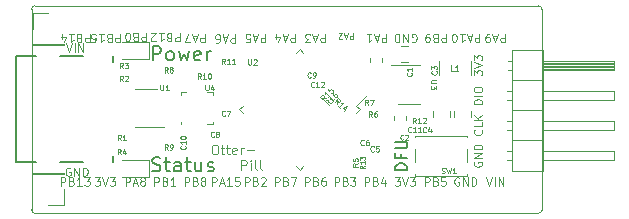
<source format=gto>
G04 #@! TF.GenerationSoftware,KiCad,Pcbnew,5.1.5+dfsg1-2build2*
G04 #@! TF.CreationDate,2020-10-31T17:23:00+01:00*
G04 #@! TF.ProjectId,OtterPill,4f747465-7250-4696-9c6c-2e6b69636164,rev?*
G04 #@! TF.SameCoordinates,Original*
G04 #@! TF.FileFunction,Legend,Top*
G04 #@! TF.FilePolarity,Positive*
%FSLAX46Y46*%
G04 Gerber Fmt 4.6, Leading zero omitted, Abs format (unit mm)*
G04 Created by KiCad (PCBNEW 5.1.5+dfsg1-2build2) date 2020-10-31 17:23:00*
%MOMM*%
%LPD*%
G04 APERTURE LIST*
%ADD10C,0.120000*%
%ADD11C,0.100000*%
%ADD12C,0.150000*%
%ADD13C,0.050000*%
%ADD14C,0.112500*%
G04 APERTURE END LIST*
D10*
X35440952Y-31571904D02*
X35593333Y-31571904D01*
X35669523Y-31610000D01*
X35745714Y-31686190D01*
X35783809Y-31838571D01*
X35783809Y-32105238D01*
X35745714Y-32257619D01*
X35669523Y-32333809D01*
X35593333Y-32371904D01*
X35440952Y-32371904D01*
X35364761Y-32333809D01*
X35288571Y-32257619D01*
X35250476Y-32105238D01*
X35250476Y-31838571D01*
X35288571Y-31686190D01*
X35364761Y-31610000D01*
X35440952Y-31571904D01*
X36012380Y-31838571D02*
X36317142Y-31838571D01*
X36126666Y-31571904D02*
X36126666Y-32257619D01*
X36164761Y-32333809D01*
X36240952Y-32371904D01*
X36317142Y-32371904D01*
X36469523Y-31838571D02*
X36774285Y-31838571D01*
X36583809Y-31571904D02*
X36583809Y-32257619D01*
X36621904Y-32333809D01*
X36698095Y-32371904D01*
X36774285Y-32371904D01*
X37345714Y-32333809D02*
X37269523Y-32371904D01*
X37117142Y-32371904D01*
X37040952Y-32333809D01*
X37002857Y-32257619D01*
X37002857Y-31952857D01*
X37040952Y-31876666D01*
X37117142Y-31838571D01*
X37269523Y-31838571D01*
X37345714Y-31876666D01*
X37383809Y-31952857D01*
X37383809Y-32029047D01*
X37002857Y-32105238D01*
X37726666Y-32371904D02*
X37726666Y-31838571D01*
X37726666Y-31990952D02*
X37764761Y-31914761D01*
X37802857Y-31876666D01*
X37879047Y-31838571D01*
X37955238Y-31838571D01*
X38221904Y-32067142D02*
X38831428Y-32067142D01*
X37764761Y-33691904D02*
X37764761Y-32891904D01*
X38069523Y-32891904D01*
X38145714Y-32930000D01*
X38183809Y-32968095D01*
X38221904Y-33044285D01*
X38221904Y-33158571D01*
X38183809Y-33234761D01*
X38145714Y-33272857D01*
X38069523Y-33310952D01*
X37764761Y-33310952D01*
X38564761Y-33691904D02*
X38564761Y-33158571D01*
X38564761Y-32891904D02*
X38526666Y-32930000D01*
X38564761Y-32968095D01*
X38602857Y-32930000D01*
X38564761Y-32891904D01*
X38564761Y-32968095D01*
X39060000Y-33691904D02*
X38983809Y-33653809D01*
X38945714Y-33577619D01*
X38945714Y-32891904D01*
X39479047Y-33691904D02*
X39402857Y-33653809D01*
X39364761Y-33577619D01*
X39364761Y-32891904D01*
D11*
X57436666Y-25706666D02*
X57436666Y-25273333D01*
X57703333Y-25506666D01*
X57703333Y-25406666D01*
X57736666Y-25340000D01*
X57770000Y-25306666D01*
X57836666Y-25273333D01*
X58003333Y-25273333D01*
X58070000Y-25306666D01*
X58103333Y-25340000D01*
X58136666Y-25406666D01*
X58136666Y-25606666D01*
X58103333Y-25673333D01*
X58070000Y-25706666D01*
X57436666Y-25073333D02*
X58136666Y-24840000D01*
X57436666Y-24606666D01*
X57436666Y-24440000D02*
X57436666Y-24006666D01*
X57703333Y-24240000D01*
X57703333Y-24140000D01*
X57736666Y-24073333D01*
X57770000Y-24040000D01*
X57836666Y-24006666D01*
X58003333Y-24006666D01*
X58070000Y-24040000D01*
X58103333Y-24073333D01*
X58136666Y-24140000D01*
X58136666Y-24340000D01*
X58103333Y-24406666D01*
X58070000Y-24440000D01*
X22943333Y-22986666D02*
X23176666Y-23686666D01*
X23410000Y-22986666D01*
X23643333Y-23686666D02*
X23643333Y-22986666D01*
X23976666Y-23686666D02*
X23976666Y-22986666D01*
X24376666Y-23686666D01*
X24376666Y-22986666D01*
X23276666Y-33540000D02*
X23210000Y-33506666D01*
X23110000Y-33506666D01*
X23010000Y-33540000D01*
X22943333Y-33606666D01*
X22910000Y-33673333D01*
X22876666Y-33806666D01*
X22876666Y-33906666D01*
X22910000Y-34040000D01*
X22943333Y-34106666D01*
X23010000Y-34173333D01*
X23110000Y-34206666D01*
X23176666Y-34206666D01*
X23276666Y-34173333D01*
X23310000Y-34140000D01*
X23310000Y-33906666D01*
X23176666Y-33906666D01*
X23610000Y-34206666D02*
X23610000Y-33506666D01*
X24010000Y-34206666D01*
X24010000Y-33506666D01*
X24343333Y-34206666D02*
X24343333Y-33506666D01*
X24510000Y-33506666D01*
X24610000Y-33540000D01*
X24676666Y-33606666D01*
X24710000Y-33673333D01*
X24743333Y-33806666D01*
X24743333Y-33906666D01*
X24710000Y-34040000D01*
X24676666Y-34106666D01*
X24610000Y-34173333D01*
X24510000Y-34206666D01*
X24343333Y-34206666D01*
X29696666Y-22093333D02*
X29696666Y-22793333D01*
X29430000Y-22793333D01*
X29363333Y-22760000D01*
X29330000Y-22726666D01*
X29296666Y-22660000D01*
X29296666Y-22560000D01*
X29330000Y-22493333D01*
X29363333Y-22460000D01*
X29430000Y-22426666D01*
X29696666Y-22426666D01*
X28763333Y-22460000D02*
X28663333Y-22426666D01*
X28630000Y-22393333D01*
X28596666Y-22326666D01*
X28596666Y-22226666D01*
X28630000Y-22160000D01*
X28663333Y-22126666D01*
X28730000Y-22093333D01*
X28996666Y-22093333D01*
X28996666Y-22793333D01*
X28763333Y-22793333D01*
X28696666Y-22760000D01*
X28663333Y-22726666D01*
X28630000Y-22660000D01*
X28630000Y-22593333D01*
X28663333Y-22526666D01*
X28696666Y-22493333D01*
X28763333Y-22460000D01*
X28996666Y-22460000D01*
X28163333Y-22793333D02*
X28096666Y-22793333D01*
X28030000Y-22760000D01*
X27996666Y-22726666D01*
X27963333Y-22660000D01*
X27930000Y-22526666D01*
X27930000Y-22360000D01*
X27963333Y-22226666D01*
X27996666Y-22160000D01*
X28030000Y-22126666D01*
X28096666Y-22093333D01*
X28163333Y-22093333D01*
X28230000Y-22126666D01*
X28263333Y-22160000D01*
X28296666Y-22226666D01*
X28330000Y-22360000D01*
X28330000Y-22526666D01*
X28296666Y-22660000D01*
X28263333Y-22726666D01*
X28230000Y-22760000D01*
X28163333Y-22793333D01*
X24925000Y-22183333D02*
X24925000Y-22883333D01*
X24658333Y-22883333D01*
X24591666Y-22850000D01*
X24558333Y-22816666D01*
X24525000Y-22750000D01*
X24525000Y-22650000D01*
X24558333Y-22583333D01*
X24591666Y-22550000D01*
X24658333Y-22516666D01*
X24925000Y-22516666D01*
X23991666Y-22550000D02*
X23891666Y-22516666D01*
X23858333Y-22483333D01*
X23825000Y-22416666D01*
X23825000Y-22316666D01*
X23858333Y-22250000D01*
X23891666Y-22216666D01*
X23958333Y-22183333D01*
X24225000Y-22183333D01*
X24225000Y-22883333D01*
X23991666Y-22883333D01*
X23925000Y-22850000D01*
X23891666Y-22816666D01*
X23858333Y-22750000D01*
X23858333Y-22683333D01*
X23891666Y-22616666D01*
X23925000Y-22583333D01*
X23991666Y-22550000D01*
X24225000Y-22550000D01*
X23158333Y-22183333D02*
X23558333Y-22183333D01*
X23358333Y-22183333D02*
X23358333Y-22883333D01*
X23425000Y-22783333D01*
X23491666Y-22716666D01*
X23558333Y-22683333D01*
X22558333Y-22650000D02*
X22558333Y-22183333D01*
X22725000Y-22916666D02*
X22891666Y-22416666D01*
X22458333Y-22416666D01*
X27475000Y-22183333D02*
X27475000Y-22883333D01*
X27208333Y-22883333D01*
X27141666Y-22850000D01*
X27108333Y-22816666D01*
X27075000Y-22750000D01*
X27075000Y-22650000D01*
X27108333Y-22583333D01*
X27141666Y-22550000D01*
X27208333Y-22516666D01*
X27475000Y-22516666D01*
X26541666Y-22550000D02*
X26441666Y-22516666D01*
X26408333Y-22483333D01*
X26375000Y-22416666D01*
X26375000Y-22316666D01*
X26408333Y-22250000D01*
X26441666Y-22216666D01*
X26508333Y-22183333D01*
X26775000Y-22183333D01*
X26775000Y-22883333D01*
X26541666Y-22883333D01*
X26475000Y-22850000D01*
X26441666Y-22816666D01*
X26408333Y-22750000D01*
X26408333Y-22683333D01*
X26441666Y-22616666D01*
X26475000Y-22583333D01*
X26541666Y-22550000D01*
X26775000Y-22550000D01*
X25708333Y-22183333D02*
X26108333Y-22183333D01*
X25908333Y-22183333D02*
X25908333Y-22883333D01*
X25975000Y-22783333D01*
X26041666Y-22716666D01*
X26108333Y-22683333D01*
X25075000Y-22883333D02*
X25408333Y-22883333D01*
X25441666Y-22550000D01*
X25408333Y-22583333D01*
X25341666Y-22616666D01*
X25175000Y-22616666D01*
X25108333Y-22583333D01*
X25075000Y-22550000D01*
X25041666Y-22483333D01*
X25041666Y-22316666D01*
X25075000Y-22250000D01*
X25108333Y-22216666D01*
X25175000Y-22183333D01*
X25341666Y-22183333D01*
X25408333Y-22216666D01*
X25441666Y-22250000D01*
X32550000Y-22133333D02*
X32550000Y-22833333D01*
X32283333Y-22833333D01*
X32216666Y-22800000D01*
X32183333Y-22766666D01*
X32150000Y-22700000D01*
X32150000Y-22600000D01*
X32183333Y-22533333D01*
X32216666Y-22500000D01*
X32283333Y-22466666D01*
X32550000Y-22466666D01*
X31616666Y-22500000D02*
X31516666Y-22466666D01*
X31483333Y-22433333D01*
X31450000Y-22366666D01*
X31450000Y-22266666D01*
X31483333Y-22200000D01*
X31516666Y-22166666D01*
X31583333Y-22133333D01*
X31850000Y-22133333D01*
X31850000Y-22833333D01*
X31616666Y-22833333D01*
X31550000Y-22800000D01*
X31516666Y-22766666D01*
X31483333Y-22700000D01*
X31483333Y-22633333D01*
X31516666Y-22566666D01*
X31550000Y-22533333D01*
X31616666Y-22500000D01*
X31850000Y-22500000D01*
X30783333Y-22133333D02*
X31183333Y-22133333D01*
X30983333Y-22133333D02*
X30983333Y-22833333D01*
X31050000Y-22733333D01*
X31116666Y-22666666D01*
X31183333Y-22633333D01*
X30516666Y-22766666D02*
X30483333Y-22800000D01*
X30416666Y-22833333D01*
X30250000Y-22833333D01*
X30183333Y-22800000D01*
X30150000Y-22766666D01*
X30116666Y-22700000D01*
X30116666Y-22633333D01*
X30150000Y-22533333D01*
X30550000Y-22133333D01*
X30116666Y-22133333D01*
X34666666Y-22183333D02*
X34666666Y-22883333D01*
X34400000Y-22883333D01*
X34333333Y-22850000D01*
X34300000Y-22816666D01*
X34266666Y-22750000D01*
X34266666Y-22650000D01*
X34300000Y-22583333D01*
X34333333Y-22550000D01*
X34400000Y-22516666D01*
X34666666Y-22516666D01*
X34000000Y-22383333D02*
X33666666Y-22383333D01*
X34066666Y-22183333D02*
X33833333Y-22883333D01*
X33600000Y-22183333D01*
X33433333Y-22883333D02*
X32966666Y-22883333D01*
X33266666Y-22183333D01*
X37241666Y-22233333D02*
X37241666Y-22933333D01*
X36975000Y-22933333D01*
X36908333Y-22900000D01*
X36875000Y-22866666D01*
X36841666Y-22800000D01*
X36841666Y-22700000D01*
X36875000Y-22633333D01*
X36908333Y-22600000D01*
X36975000Y-22566666D01*
X37241666Y-22566666D01*
X36575000Y-22433333D02*
X36241666Y-22433333D01*
X36641666Y-22233333D02*
X36408333Y-22933333D01*
X36175000Y-22233333D01*
X35641666Y-22933333D02*
X35775000Y-22933333D01*
X35841666Y-22900000D01*
X35875000Y-22866666D01*
X35941666Y-22766666D01*
X35975000Y-22633333D01*
X35975000Y-22366666D01*
X35941666Y-22300000D01*
X35908333Y-22266666D01*
X35841666Y-22233333D01*
X35708333Y-22233333D01*
X35641666Y-22266666D01*
X35608333Y-22300000D01*
X35575000Y-22366666D01*
X35575000Y-22533333D01*
X35608333Y-22600000D01*
X35641666Y-22633333D01*
X35708333Y-22666666D01*
X35841666Y-22666666D01*
X35908333Y-22633333D01*
X35941666Y-22600000D01*
X35975000Y-22533333D01*
X39791666Y-22183333D02*
X39791666Y-22883333D01*
X39525000Y-22883333D01*
X39458333Y-22850000D01*
X39425000Y-22816666D01*
X39391666Y-22750000D01*
X39391666Y-22650000D01*
X39425000Y-22583333D01*
X39458333Y-22550000D01*
X39525000Y-22516666D01*
X39791666Y-22516666D01*
X39125000Y-22383333D02*
X38791666Y-22383333D01*
X39191666Y-22183333D02*
X38958333Y-22883333D01*
X38725000Y-22183333D01*
X38158333Y-22883333D02*
X38491666Y-22883333D01*
X38525000Y-22550000D01*
X38491666Y-22583333D01*
X38425000Y-22616666D01*
X38258333Y-22616666D01*
X38191666Y-22583333D01*
X38158333Y-22550000D01*
X38125000Y-22483333D01*
X38125000Y-22316666D01*
X38158333Y-22250000D01*
X38191666Y-22216666D01*
X38258333Y-22183333D01*
X38425000Y-22183333D01*
X38491666Y-22216666D01*
X38525000Y-22250000D01*
X42316666Y-22183333D02*
X42316666Y-22883333D01*
X42050000Y-22883333D01*
X41983333Y-22850000D01*
X41950000Y-22816666D01*
X41916666Y-22750000D01*
X41916666Y-22650000D01*
X41950000Y-22583333D01*
X41983333Y-22550000D01*
X42050000Y-22516666D01*
X42316666Y-22516666D01*
X41650000Y-22383333D02*
X41316666Y-22383333D01*
X41716666Y-22183333D02*
X41483333Y-22883333D01*
X41250000Y-22183333D01*
X40716666Y-22650000D02*
X40716666Y-22183333D01*
X40883333Y-22916666D02*
X41050000Y-22416666D01*
X40616666Y-22416666D01*
X44841666Y-22183333D02*
X44841666Y-22883333D01*
X44575000Y-22883333D01*
X44508333Y-22850000D01*
X44475000Y-22816666D01*
X44441666Y-22750000D01*
X44441666Y-22650000D01*
X44475000Y-22583333D01*
X44508333Y-22550000D01*
X44575000Y-22516666D01*
X44841666Y-22516666D01*
X44175000Y-22383333D02*
X43841666Y-22383333D01*
X44241666Y-22183333D02*
X44008333Y-22883333D01*
X43775000Y-22183333D01*
X43608333Y-22883333D02*
X43175000Y-22883333D01*
X43408333Y-22616666D01*
X43308333Y-22616666D01*
X43241666Y-22583333D01*
X43208333Y-22550000D01*
X43175000Y-22483333D01*
X43175000Y-22316666D01*
X43208333Y-22250000D01*
X43241666Y-22216666D01*
X43308333Y-22183333D01*
X43508333Y-22183333D01*
X43575000Y-22216666D01*
X43608333Y-22250000D01*
X47208333Y-22148809D02*
X47208333Y-22648809D01*
X47017857Y-22648809D01*
X46970238Y-22625000D01*
X46946428Y-22601190D01*
X46922619Y-22553571D01*
X46922619Y-22482142D01*
X46946428Y-22434523D01*
X46970238Y-22410714D01*
X47017857Y-22386904D01*
X47208333Y-22386904D01*
X46732142Y-22291666D02*
X46494047Y-22291666D01*
X46779761Y-22148809D02*
X46613095Y-22648809D01*
X46446428Y-22148809D01*
X46303571Y-22601190D02*
X46279761Y-22625000D01*
X46232142Y-22648809D01*
X46113095Y-22648809D01*
X46065476Y-22625000D01*
X46041666Y-22601190D01*
X46017857Y-22553571D01*
X46017857Y-22505952D01*
X46041666Y-22434523D01*
X46327380Y-22148809D01*
X46017857Y-22148809D01*
X50046666Y-22183333D02*
X50046666Y-22883333D01*
X49780000Y-22883333D01*
X49713333Y-22850000D01*
X49680000Y-22816666D01*
X49646666Y-22750000D01*
X49646666Y-22650000D01*
X49680000Y-22583333D01*
X49713333Y-22550000D01*
X49780000Y-22516666D01*
X50046666Y-22516666D01*
X49380000Y-22383333D02*
X49046666Y-22383333D01*
X49446666Y-22183333D02*
X49213333Y-22883333D01*
X48980000Y-22183333D01*
X48380000Y-22183333D02*
X48780000Y-22183333D01*
X48580000Y-22183333D02*
X48580000Y-22883333D01*
X48646666Y-22783333D01*
X48713333Y-22716666D01*
X48780000Y-22683333D01*
X52208333Y-22850000D02*
X52275000Y-22883333D01*
X52375000Y-22883333D01*
X52475000Y-22850000D01*
X52541666Y-22783333D01*
X52575000Y-22716666D01*
X52608333Y-22583333D01*
X52608333Y-22483333D01*
X52575000Y-22350000D01*
X52541666Y-22283333D01*
X52475000Y-22216666D01*
X52375000Y-22183333D01*
X52308333Y-22183333D01*
X52208333Y-22216666D01*
X52175000Y-22250000D01*
X52175000Y-22483333D01*
X52308333Y-22483333D01*
X51875000Y-22183333D02*
X51875000Y-22883333D01*
X51475000Y-22183333D01*
X51475000Y-22883333D01*
X51141666Y-22183333D02*
X51141666Y-22883333D01*
X50975000Y-22883333D01*
X50875000Y-22850000D01*
X50808333Y-22783333D01*
X50775000Y-22716666D01*
X50741666Y-22583333D01*
X50741666Y-22483333D01*
X50775000Y-22350000D01*
X50808333Y-22283333D01*
X50875000Y-22216666D01*
X50975000Y-22183333D01*
X51141666Y-22183333D01*
X55091666Y-22183333D02*
X55091666Y-22883333D01*
X54825000Y-22883333D01*
X54758333Y-22850000D01*
X54725000Y-22816666D01*
X54691666Y-22750000D01*
X54691666Y-22650000D01*
X54725000Y-22583333D01*
X54758333Y-22550000D01*
X54825000Y-22516666D01*
X55091666Y-22516666D01*
X54158333Y-22550000D02*
X54058333Y-22516666D01*
X54025000Y-22483333D01*
X53991666Y-22416666D01*
X53991666Y-22316666D01*
X54025000Y-22250000D01*
X54058333Y-22216666D01*
X54125000Y-22183333D01*
X54391666Y-22183333D01*
X54391666Y-22883333D01*
X54158333Y-22883333D01*
X54091666Y-22850000D01*
X54058333Y-22816666D01*
X54025000Y-22750000D01*
X54025000Y-22683333D01*
X54058333Y-22616666D01*
X54091666Y-22583333D01*
X54158333Y-22550000D01*
X54391666Y-22550000D01*
X53658333Y-22183333D02*
X53525000Y-22183333D01*
X53458333Y-22216666D01*
X53425000Y-22250000D01*
X53358333Y-22350000D01*
X53325000Y-22483333D01*
X53325000Y-22750000D01*
X53358333Y-22816666D01*
X53391666Y-22850000D01*
X53458333Y-22883333D01*
X53591666Y-22883333D01*
X53658333Y-22850000D01*
X53691666Y-22816666D01*
X53725000Y-22750000D01*
X53725000Y-22583333D01*
X53691666Y-22516666D01*
X53658333Y-22483333D01*
X53591666Y-22450000D01*
X53458333Y-22450000D01*
X53391666Y-22483333D01*
X53358333Y-22516666D01*
X53325000Y-22583333D01*
X57925000Y-22183333D02*
X57925000Y-22883333D01*
X57658333Y-22883333D01*
X57591666Y-22850000D01*
X57558333Y-22816666D01*
X57525000Y-22750000D01*
X57525000Y-22650000D01*
X57558333Y-22583333D01*
X57591666Y-22550000D01*
X57658333Y-22516666D01*
X57925000Y-22516666D01*
X57258333Y-22383333D02*
X56925000Y-22383333D01*
X57325000Y-22183333D02*
X57091666Y-22883333D01*
X56858333Y-22183333D01*
X56258333Y-22183333D02*
X56658333Y-22183333D01*
X56458333Y-22183333D02*
X56458333Y-22883333D01*
X56525000Y-22783333D01*
X56591666Y-22716666D01*
X56658333Y-22683333D01*
X55825000Y-22883333D02*
X55758333Y-22883333D01*
X55691666Y-22850000D01*
X55658333Y-22816666D01*
X55625000Y-22750000D01*
X55591666Y-22616666D01*
X55591666Y-22450000D01*
X55625000Y-22316666D01*
X55658333Y-22250000D01*
X55691666Y-22216666D01*
X55758333Y-22183333D01*
X55825000Y-22183333D01*
X55891666Y-22216666D01*
X55925000Y-22250000D01*
X55958333Y-22316666D01*
X55991666Y-22450000D01*
X55991666Y-22616666D01*
X55958333Y-22750000D01*
X55925000Y-22816666D01*
X55891666Y-22850000D01*
X55825000Y-22883333D01*
X60091666Y-22183333D02*
X60091666Y-22883333D01*
X59825000Y-22883333D01*
X59758333Y-22850000D01*
X59725000Y-22816666D01*
X59691666Y-22750000D01*
X59691666Y-22650000D01*
X59725000Y-22583333D01*
X59758333Y-22550000D01*
X59825000Y-22516666D01*
X60091666Y-22516666D01*
X59425000Y-22383333D02*
X59091666Y-22383333D01*
X59491666Y-22183333D02*
X59258333Y-22883333D01*
X59025000Y-22183333D01*
X58758333Y-22183333D02*
X58625000Y-22183333D01*
X58558333Y-22216666D01*
X58525000Y-22250000D01*
X58458333Y-22350000D01*
X58425000Y-22483333D01*
X58425000Y-22750000D01*
X58458333Y-22816666D01*
X58491666Y-22850000D01*
X58558333Y-22883333D01*
X58691666Y-22883333D01*
X58758333Y-22850000D01*
X58791666Y-22816666D01*
X58825000Y-22750000D01*
X58825000Y-22583333D01*
X58791666Y-22516666D01*
X58758333Y-22483333D01*
X58691666Y-22450000D01*
X58558333Y-22450000D01*
X58491666Y-22483333D01*
X58458333Y-22516666D01*
X58425000Y-22583333D01*
X58508333Y-34341666D02*
X58741666Y-35041666D01*
X58975000Y-34341666D01*
X59208333Y-35041666D02*
X59208333Y-34341666D01*
X59541666Y-35041666D02*
X59541666Y-34341666D01*
X59941666Y-35041666D01*
X59941666Y-34341666D01*
X56191666Y-34375000D02*
X56125000Y-34341666D01*
X56025000Y-34341666D01*
X55925000Y-34375000D01*
X55858333Y-34441666D01*
X55825000Y-34508333D01*
X55791666Y-34641666D01*
X55791666Y-34741666D01*
X55825000Y-34875000D01*
X55858333Y-34941666D01*
X55925000Y-35008333D01*
X56025000Y-35041666D01*
X56091666Y-35041666D01*
X56191666Y-35008333D01*
X56225000Y-34975000D01*
X56225000Y-34741666D01*
X56091666Y-34741666D01*
X56525000Y-35041666D02*
X56525000Y-34341666D01*
X56925000Y-35041666D01*
X56925000Y-34341666D01*
X57258333Y-35041666D02*
X57258333Y-34341666D01*
X57425000Y-34341666D01*
X57525000Y-34375000D01*
X57591666Y-34441666D01*
X57625000Y-34508333D01*
X57658333Y-34641666D01*
X57658333Y-34741666D01*
X57625000Y-34875000D01*
X57591666Y-34941666D01*
X57525000Y-35008333D01*
X57425000Y-35041666D01*
X57258333Y-35041666D01*
X53308333Y-35041666D02*
X53308333Y-34341666D01*
X53575000Y-34341666D01*
X53641666Y-34375000D01*
X53675000Y-34408333D01*
X53708333Y-34475000D01*
X53708333Y-34575000D01*
X53675000Y-34641666D01*
X53641666Y-34675000D01*
X53575000Y-34708333D01*
X53308333Y-34708333D01*
X54241666Y-34675000D02*
X54341666Y-34708333D01*
X54375000Y-34741666D01*
X54408333Y-34808333D01*
X54408333Y-34908333D01*
X54375000Y-34975000D01*
X54341666Y-35008333D01*
X54275000Y-35041666D01*
X54008333Y-35041666D01*
X54008333Y-34341666D01*
X54241666Y-34341666D01*
X54308333Y-34375000D01*
X54341666Y-34408333D01*
X54375000Y-34475000D01*
X54375000Y-34541666D01*
X54341666Y-34608333D01*
X54308333Y-34641666D01*
X54241666Y-34675000D01*
X54008333Y-34675000D01*
X55041666Y-34341666D02*
X54708333Y-34341666D01*
X54675000Y-34675000D01*
X54708333Y-34641666D01*
X54775000Y-34608333D01*
X54941666Y-34608333D01*
X55008333Y-34641666D01*
X55041666Y-34675000D01*
X55075000Y-34741666D01*
X55075000Y-34908333D01*
X55041666Y-34975000D01*
X55008333Y-35008333D01*
X54941666Y-35041666D01*
X54775000Y-35041666D01*
X54708333Y-35008333D01*
X54675000Y-34975000D01*
X50758333Y-34341666D02*
X51191666Y-34341666D01*
X50958333Y-34608333D01*
X51058333Y-34608333D01*
X51125000Y-34641666D01*
X51158333Y-34675000D01*
X51191666Y-34741666D01*
X51191666Y-34908333D01*
X51158333Y-34975000D01*
X51125000Y-35008333D01*
X51058333Y-35041666D01*
X50858333Y-35041666D01*
X50791666Y-35008333D01*
X50758333Y-34975000D01*
X51391666Y-34341666D02*
X51625000Y-35041666D01*
X51858333Y-34341666D01*
X52025000Y-34341666D02*
X52458333Y-34341666D01*
X52225000Y-34608333D01*
X52325000Y-34608333D01*
X52391666Y-34641666D01*
X52425000Y-34675000D01*
X52458333Y-34741666D01*
X52458333Y-34908333D01*
X52425000Y-34975000D01*
X52391666Y-35008333D01*
X52325000Y-35041666D01*
X52125000Y-35041666D01*
X52058333Y-35008333D01*
X52025000Y-34975000D01*
X48208333Y-35041666D02*
X48208333Y-34341666D01*
X48475000Y-34341666D01*
X48541666Y-34375000D01*
X48575000Y-34408333D01*
X48608333Y-34475000D01*
X48608333Y-34575000D01*
X48575000Y-34641666D01*
X48541666Y-34675000D01*
X48475000Y-34708333D01*
X48208333Y-34708333D01*
X49141666Y-34675000D02*
X49241666Y-34708333D01*
X49275000Y-34741666D01*
X49308333Y-34808333D01*
X49308333Y-34908333D01*
X49275000Y-34975000D01*
X49241666Y-35008333D01*
X49175000Y-35041666D01*
X48908333Y-35041666D01*
X48908333Y-34341666D01*
X49141666Y-34341666D01*
X49208333Y-34375000D01*
X49241666Y-34408333D01*
X49275000Y-34475000D01*
X49275000Y-34541666D01*
X49241666Y-34608333D01*
X49208333Y-34641666D01*
X49141666Y-34675000D01*
X48908333Y-34675000D01*
X49908333Y-34575000D02*
X49908333Y-35041666D01*
X49741666Y-34308333D02*
X49575000Y-34808333D01*
X50008333Y-34808333D01*
X45658333Y-35041666D02*
X45658333Y-34341666D01*
X45925000Y-34341666D01*
X45991666Y-34375000D01*
X46025000Y-34408333D01*
X46058333Y-34475000D01*
X46058333Y-34575000D01*
X46025000Y-34641666D01*
X45991666Y-34675000D01*
X45925000Y-34708333D01*
X45658333Y-34708333D01*
X46591666Y-34675000D02*
X46691666Y-34708333D01*
X46725000Y-34741666D01*
X46758333Y-34808333D01*
X46758333Y-34908333D01*
X46725000Y-34975000D01*
X46691666Y-35008333D01*
X46625000Y-35041666D01*
X46358333Y-35041666D01*
X46358333Y-34341666D01*
X46591666Y-34341666D01*
X46658333Y-34375000D01*
X46691666Y-34408333D01*
X46725000Y-34475000D01*
X46725000Y-34541666D01*
X46691666Y-34608333D01*
X46658333Y-34641666D01*
X46591666Y-34675000D01*
X46358333Y-34675000D01*
X46991666Y-34341666D02*
X47425000Y-34341666D01*
X47191666Y-34608333D01*
X47291666Y-34608333D01*
X47358333Y-34641666D01*
X47391666Y-34675000D01*
X47425000Y-34741666D01*
X47425000Y-34908333D01*
X47391666Y-34975000D01*
X47358333Y-35008333D01*
X47291666Y-35041666D01*
X47091666Y-35041666D01*
X47025000Y-35008333D01*
X46991666Y-34975000D01*
X43158333Y-35041666D02*
X43158333Y-34341666D01*
X43425000Y-34341666D01*
X43491666Y-34375000D01*
X43525000Y-34408333D01*
X43558333Y-34475000D01*
X43558333Y-34575000D01*
X43525000Y-34641666D01*
X43491666Y-34675000D01*
X43425000Y-34708333D01*
X43158333Y-34708333D01*
X44091666Y-34675000D02*
X44191666Y-34708333D01*
X44225000Y-34741666D01*
X44258333Y-34808333D01*
X44258333Y-34908333D01*
X44225000Y-34975000D01*
X44191666Y-35008333D01*
X44125000Y-35041666D01*
X43858333Y-35041666D01*
X43858333Y-34341666D01*
X44091666Y-34341666D01*
X44158333Y-34375000D01*
X44191666Y-34408333D01*
X44225000Y-34475000D01*
X44225000Y-34541666D01*
X44191666Y-34608333D01*
X44158333Y-34641666D01*
X44091666Y-34675000D01*
X43858333Y-34675000D01*
X44858333Y-34341666D02*
X44725000Y-34341666D01*
X44658333Y-34375000D01*
X44625000Y-34408333D01*
X44558333Y-34508333D01*
X44525000Y-34641666D01*
X44525000Y-34908333D01*
X44558333Y-34975000D01*
X44591666Y-35008333D01*
X44658333Y-35041666D01*
X44791666Y-35041666D01*
X44858333Y-35008333D01*
X44891666Y-34975000D01*
X44925000Y-34908333D01*
X44925000Y-34741666D01*
X44891666Y-34675000D01*
X44858333Y-34641666D01*
X44791666Y-34608333D01*
X44658333Y-34608333D01*
X44591666Y-34641666D01*
X44558333Y-34675000D01*
X44525000Y-34741666D01*
X40608333Y-35041666D02*
X40608333Y-34341666D01*
X40875000Y-34341666D01*
X40941666Y-34375000D01*
X40975000Y-34408333D01*
X41008333Y-34475000D01*
X41008333Y-34575000D01*
X40975000Y-34641666D01*
X40941666Y-34675000D01*
X40875000Y-34708333D01*
X40608333Y-34708333D01*
X41541666Y-34675000D02*
X41641666Y-34708333D01*
X41675000Y-34741666D01*
X41708333Y-34808333D01*
X41708333Y-34908333D01*
X41675000Y-34975000D01*
X41641666Y-35008333D01*
X41575000Y-35041666D01*
X41308333Y-35041666D01*
X41308333Y-34341666D01*
X41541666Y-34341666D01*
X41608333Y-34375000D01*
X41641666Y-34408333D01*
X41675000Y-34475000D01*
X41675000Y-34541666D01*
X41641666Y-34608333D01*
X41608333Y-34641666D01*
X41541666Y-34675000D01*
X41308333Y-34675000D01*
X41941666Y-34341666D02*
X42408333Y-34341666D01*
X42108333Y-35041666D01*
X38058333Y-35041666D02*
X38058333Y-34341666D01*
X38325000Y-34341666D01*
X38391666Y-34375000D01*
X38425000Y-34408333D01*
X38458333Y-34475000D01*
X38458333Y-34575000D01*
X38425000Y-34641666D01*
X38391666Y-34675000D01*
X38325000Y-34708333D01*
X38058333Y-34708333D01*
X38991666Y-34675000D02*
X39091666Y-34708333D01*
X39125000Y-34741666D01*
X39158333Y-34808333D01*
X39158333Y-34908333D01*
X39125000Y-34975000D01*
X39091666Y-35008333D01*
X39025000Y-35041666D01*
X38758333Y-35041666D01*
X38758333Y-34341666D01*
X38991666Y-34341666D01*
X39058333Y-34375000D01*
X39091666Y-34408333D01*
X39125000Y-34475000D01*
X39125000Y-34541666D01*
X39091666Y-34608333D01*
X39058333Y-34641666D01*
X38991666Y-34675000D01*
X38758333Y-34675000D01*
X39425000Y-34408333D02*
X39458333Y-34375000D01*
X39525000Y-34341666D01*
X39691666Y-34341666D01*
X39758333Y-34375000D01*
X39791666Y-34408333D01*
X39825000Y-34475000D01*
X39825000Y-34541666D01*
X39791666Y-34641666D01*
X39391666Y-35041666D01*
X39825000Y-35041666D01*
X35275000Y-35041666D02*
X35275000Y-34341666D01*
X35541666Y-34341666D01*
X35608333Y-34375000D01*
X35641666Y-34408333D01*
X35675000Y-34475000D01*
X35675000Y-34575000D01*
X35641666Y-34641666D01*
X35608333Y-34675000D01*
X35541666Y-34708333D01*
X35275000Y-34708333D01*
X35941666Y-34841666D02*
X36275000Y-34841666D01*
X35875000Y-35041666D02*
X36108333Y-34341666D01*
X36341666Y-35041666D01*
X36941666Y-35041666D02*
X36541666Y-35041666D01*
X36741666Y-35041666D02*
X36741666Y-34341666D01*
X36675000Y-34441666D01*
X36608333Y-34508333D01*
X36541666Y-34541666D01*
X37575000Y-34341666D02*
X37241666Y-34341666D01*
X37208333Y-34675000D01*
X37241666Y-34641666D01*
X37308333Y-34608333D01*
X37475000Y-34608333D01*
X37541666Y-34641666D01*
X37575000Y-34675000D01*
X37608333Y-34741666D01*
X37608333Y-34908333D01*
X37575000Y-34975000D01*
X37541666Y-35008333D01*
X37475000Y-35041666D01*
X37308333Y-35041666D01*
X37241666Y-35008333D01*
X37208333Y-34975000D01*
X32958333Y-35041666D02*
X32958333Y-34341666D01*
X33225000Y-34341666D01*
X33291666Y-34375000D01*
X33325000Y-34408333D01*
X33358333Y-34475000D01*
X33358333Y-34575000D01*
X33325000Y-34641666D01*
X33291666Y-34675000D01*
X33225000Y-34708333D01*
X32958333Y-34708333D01*
X33891666Y-34675000D02*
X33991666Y-34708333D01*
X34025000Y-34741666D01*
X34058333Y-34808333D01*
X34058333Y-34908333D01*
X34025000Y-34975000D01*
X33991666Y-35008333D01*
X33925000Y-35041666D01*
X33658333Y-35041666D01*
X33658333Y-34341666D01*
X33891666Y-34341666D01*
X33958333Y-34375000D01*
X33991666Y-34408333D01*
X34025000Y-34475000D01*
X34025000Y-34541666D01*
X33991666Y-34608333D01*
X33958333Y-34641666D01*
X33891666Y-34675000D01*
X33658333Y-34675000D01*
X34458333Y-34641666D02*
X34391666Y-34608333D01*
X34358333Y-34575000D01*
X34325000Y-34508333D01*
X34325000Y-34475000D01*
X34358333Y-34408333D01*
X34391666Y-34375000D01*
X34458333Y-34341666D01*
X34591666Y-34341666D01*
X34658333Y-34375000D01*
X34691666Y-34408333D01*
X34725000Y-34475000D01*
X34725000Y-34508333D01*
X34691666Y-34575000D01*
X34658333Y-34608333D01*
X34591666Y-34641666D01*
X34458333Y-34641666D01*
X34391666Y-34675000D01*
X34358333Y-34708333D01*
X34325000Y-34775000D01*
X34325000Y-34908333D01*
X34358333Y-34975000D01*
X34391666Y-35008333D01*
X34458333Y-35041666D01*
X34591666Y-35041666D01*
X34658333Y-35008333D01*
X34691666Y-34975000D01*
X34725000Y-34908333D01*
X34725000Y-34775000D01*
X34691666Y-34708333D01*
X34658333Y-34675000D01*
X34591666Y-34641666D01*
X30408333Y-35041666D02*
X30408333Y-34341666D01*
X30675000Y-34341666D01*
X30741666Y-34375000D01*
X30775000Y-34408333D01*
X30808333Y-34475000D01*
X30808333Y-34575000D01*
X30775000Y-34641666D01*
X30741666Y-34675000D01*
X30675000Y-34708333D01*
X30408333Y-34708333D01*
X31341666Y-34675000D02*
X31441666Y-34708333D01*
X31475000Y-34741666D01*
X31508333Y-34808333D01*
X31508333Y-34908333D01*
X31475000Y-34975000D01*
X31441666Y-35008333D01*
X31375000Y-35041666D01*
X31108333Y-35041666D01*
X31108333Y-34341666D01*
X31341666Y-34341666D01*
X31408333Y-34375000D01*
X31441666Y-34408333D01*
X31475000Y-34475000D01*
X31475000Y-34541666D01*
X31441666Y-34608333D01*
X31408333Y-34641666D01*
X31341666Y-34675000D01*
X31108333Y-34675000D01*
X32175000Y-35041666D02*
X31775000Y-35041666D01*
X31975000Y-35041666D02*
X31975000Y-34341666D01*
X31908333Y-34441666D01*
X31841666Y-34508333D01*
X31775000Y-34541666D01*
X27958333Y-35041666D02*
X27958333Y-34341666D01*
X28225000Y-34341666D01*
X28291666Y-34375000D01*
X28325000Y-34408333D01*
X28358333Y-34475000D01*
X28358333Y-34575000D01*
X28325000Y-34641666D01*
X28291666Y-34675000D01*
X28225000Y-34708333D01*
X27958333Y-34708333D01*
X28625000Y-34841666D02*
X28958333Y-34841666D01*
X28558333Y-35041666D02*
X28791666Y-34341666D01*
X29025000Y-35041666D01*
X29358333Y-34641666D02*
X29291666Y-34608333D01*
X29258333Y-34575000D01*
X29225000Y-34508333D01*
X29225000Y-34475000D01*
X29258333Y-34408333D01*
X29291666Y-34375000D01*
X29358333Y-34341666D01*
X29491666Y-34341666D01*
X29558333Y-34375000D01*
X29591666Y-34408333D01*
X29625000Y-34475000D01*
X29625000Y-34508333D01*
X29591666Y-34575000D01*
X29558333Y-34608333D01*
X29491666Y-34641666D01*
X29358333Y-34641666D01*
X29291666Y-34675000D01*
X29258333Y-34708333D01*
X29225000Y-34775000D01*
X29225000Y-34908333D01*
X29258333Y-34975000D01*
X29291666Y-35008333D01*
X29358333Y-35041666D01*
X29491666Y-35041666D01*
X29558333Y-35008333D01*
X29591666Y-34975000D01*
X29625000Y-34908333D01*
X29625000Y-34775000D01*
X29591666Y-34708333D01*
X29558333Y-34675000D01*
X29491666Y-34641666D01*
X22475000Y-35041666D02*
X22475000Y-34341666D01*
X22741666Y-34341666D01*
X22808333Y-34375000D01*
X22841666Y-34408333D01*
X22875000Y-34475000D01*
X22875000Y-34575000D01*
X22841666Y-34641666D01*
X22808333Y-34675000D01*
X22741666Y-34708333D01*
X22475000Y-34708333D01*
X23408333Y-34675000D02*
X23508333Y-34708333D01*
X23541666Y-34741666D01*
X23575000Y-34808333D01*
X23575000Y-34908333D01*
X23541666Y-34975000D01*
X23508333Y-35008333D01*
X23441666Y-35041666D01*
X23175000Y-35041666D01*
X23175000Y-34341666D01*
X23408333Y-34341666D01*
X23475000Y-34375000D01*
X23508333Y-34408333D01*
X23541666Y-34475000D01*
X23541666Y-34541666D01*
X23508333Y-34608333D01*
X23475000Y-34641666D01*
X23408333Y-34675000D01*
X23175000Y-34675000D01*
X24241666Y-35041666D02*
X23841666Y-35041666D01*
X24041666Y-35041666D02*
X24041666Y-34341666D01*
X23975000Y-34441666D01*
X23908333Y-34508333D01*
X23841666Y-34541666D01*
X24475000Y-34341666D02*
X24908333Y-34341666D01*
X24675000Y-34608333D01*
X24775000Y-34608333D01*
X24841666Y-34641666D01*
X24875000Y-34675000D01*
X24908333Y-34741666D01*
X24908333Y-34908333D01*
X24875000Y-34975000D01*
X24841666Y-35008333D01*
X24775000Y-35041666D01*
X24575000Y-35041666D01*
X24508333Y-35008333D01*
X24475000Y-34975000D01*
X25358333Y-34341666D02*
X25791666Y-34341666D01*
X25558333Y-34608333D01*
X25658333Y-34608333D01*
X25725000Y-34641666D01*
X25758333Y-34675000D01*
X25791666Y-34741666D01*
X25791666Y-34908333D01*
X25758333Y-34975000D01*
X25725000Y-35008333D01*
X25658333Y-35041666D01*
X25458333Y-35041666D01*
X25391666Y-35008333D01*
X25358333Y-34975000D01*
X25991666Y-34341666D02*
X26225000Y-35041666D01*
X26458333Y-34341666D01*
X26625000Y-34341666D02*
X27058333Y-34341666D01*
X26825000Y-34608333D01*
X26925000Y-34608333D01*
X26991666Y-34641666D01*
X27025000Y-34675000D01*
X27058333Y-34741666D01*
X27058333Y-34908333D01*
X27025000Y-34975000D01*
X26991666Y-35008333D01*
X26925000Y-35041666D01*
X26725000Y-35041666D01*
X26658333Y-35008333D01*
X26625000Y-34975000D01*
X58166666Y-28116666D02*
X57466666Y-28116666D01*
X57466666Y-27950000D01*
X57500000Y-27850000D01*
X57566666Y-27783333D01*
X57633333Y-27750000D01*
X57766666Y-27716666D01*
X57866666Y-27716666D01*
X58000000Y-27750000D01*
X58066666Y-27783333D01*
X58133333Y-27850000D01*
X58166666Y-27950000D01*
X58166666Y-28116666D01*
X58166666Y-27416666D02*
X57466666Y-27416666D01*
X57466666Y-26950000D02*
X57466666Y-26816666D01*
X57500000Y-26750000D01*
X57566666Y-26683333D01*
X57700000Y-26650000D01*
X57933333Y-26650000D01*
X58066666Y-26683333D01*
X58133333Y-26750000D01*
X58166666Y-26816666D01*
X58166666Y-26950000D01*
X58133333Y-27016666D01*
X58066666Y-27083333D01*
X57933333Y-27116666D01*
X57700000Y-27116666D01*
X57566666Y-27083333D01*
X57500000Y-27016666D01*
X57466666Y-26950000D01*
X58100000Y-30316666D02*
X58133333Y-30350000D01*
X58166666Y-30450000D01*
X58166666Y-30516666D01*
X58133333Y-30616666D01*
X58066666Y-30683333D01*
X58000000Y-30716666D01*
X57866666Y-30750000D01*
X57766666Y-30750000D01*
X57633333Y-30716666D01*
X57566666Y-30683333D01*
X57500000Y-30616666D01*
X57466666Y-30516666D01*
X57466666Y-30450000D01*
X57500000Y-30350000D01*
X57533333Y-30316666D01*
X58166666Y-29683333D02*
X58166666Y-30016666D01*
X57466666Y-30016666D01*
X58166666Y-29450000D02*
X57466666Y-29450000D01*
X58166666Y-29050000D02*
X57766666Y-29350000D01*
X57466666Y-29050000D02*
X57866666Y-29450000D01*
X57475000Y-33033333D02*
X57441666Y-33100000D01*
X57441666Y-33200000D01*
X57475000Y-33300000D01*
X57541666Y-33366666D01*
X57608333Y-33400000D01*
X57741666Y-33433333D01*
X57841666Y-33433333D01*
X57975000Y-33400000D01*
X58041666Y-33366666D01*
X58108333Y-33300000D01*
X58141666Y-33200000D01*
X58141666Y-33133333D01*
X58108333Y-33033333D01*
X58075000Y-33000000D01*
X57841666Y-33000000D01*
X57841666Y-33133333D01*
X58141666Y-32700000D02*
X57441666Y-32700000D01*
X58141666Y-32300000D01*
X57441666Y-32300000D01*
X58141666Y-31966666D02*
X57441666Y-31966666D01*
X57441666Y-31800000D01*
X57475000Y-31700000D01*
X57541666Y-31633333D01*
X57608333Y-31600000D01*
X57741666Y-31566666D01*
X57841666Y-31566666D01*
X57975000Y-31600000D01*
X58041666Y-31633333D01*
X58108333Y-31700000D01*
X58141666Y-31800000D01*
X58141666Y-31966666D01*
D12*
X51802380Y-33734285D02*
X50802380Y-33734285D01*
X50802380Y-33496190D01*
X50850000Y-33353333D01*
X50945238Y-33258095D01*
X51040476Y-33210476D01*
X51230952Y-33162857D01*
X51373809Y-33162857D01*
X51564285Y-33210476D01*
X51659523Y-33258095D01*
X51754761Y-33353333D01*
X51802380Y-33496190D01*
X51802380Y-33734285D01*
X51278571Y-32400952D02*
X51278571Y-32734285D01*
X51802380Y-32734285D02*
X50802380Y-32734285D01*
X50802380Y-32258095D01*
X50802380Y-31877142D02*
X51611904Y-31877142D01*
X51707142Y-31829523D01*
X51754761Y-31781904D01*
X51802380Y-31686666D01*
X51802380Y-31496190D01*
X51754761Y-31400952D01*
X51707142Y-31353333D01*
X51611904Y-31305714D01*
X50802380Y-31305714D01*
X30216071Y-33775714D02*
X30387500Y-33832857D01*
X30673214Y-33832857D01*
X30787500Y-33775714D01*
X30844642Y-33718571D01*
X30901785Y-33604285D01*
X30901785Y-33490000D01*
X30844642Y-33375714D01*
X30787500Y-33318571D01*
X30673214Y-33261428D01*
X30444642Y-33204285D01*
X30330357Y-33147142D01*
X30273214Y-33090000D01*
X30216071Y-32975714D01*
X30216071Y-32861428D01*
X30273214Y-32747142D01*
X30330357Y-32690000D01*
X30444642Y-32632857D01*
X30730357Y-32632857D01*
X30901785Y-32690000D01*
X31244642Y-33032857D02*
X31701785Y-33032857D01*
X31416071Y-32632857D02*
X31416071Y-33661428D01*
X31473214Y-33775714D01*
X31587500Y-33832857D01*
X31701785Y-33832857D01*
X32616071Y-33832857D02*
X32616071Y-33204285D01*
X32558928Y-33090000D01*
X32444642Y-33032857D01*
X32216071Y-33032857D01*
X32101785Y-33090000D01*
X32616071Y-33775714D02*
X32501785Y-33832857D01*
X32216071Y-33832857D01*
X32101785Y-33775714D01*
X32044642Y-33661428D01*
X32044642Y-33547142D01*
X32101785Y-33432857D01*
X32216071Y-33375714D01*
X32501785Y-33375714D01*
X32616071Y-33318571D01*
X33016071Y-33032857D02*
X33473214Y-33032857D01*
X33187500Y-32632857D02*
X33187500Y-33661428D01*
X33244642Y-33775714D01*
X33358928Y-33832857D01*
X33473214Y-33832857D01*
X34387500Y-33032857D02*
X34387500Y-33832857D01*
X33873214Y-33032857D02*
X33873214Y-33661428D01*
X33930357Y-33775714D01*
X34044642Y-33832857D01*
X34216071Y-33832857D01*
X34330357Y-33775714D01*
X34387500Y-33718571D01*
X34901785Y-33775714D02*
X35016071Y-33832857D01*
X35244642Y-33832857D01*
X35358928Y-33775714D01*
X35416071Y-33661428D01*
X35416071Y-33604285D01*
X35358928Y-33490000D01*
X35244642Y-33432857D01*
X35073214Y-33432857D01*
X34958928Y-33375714D01*
X34901785Y-33261428D01*
X34901785Y-33204285D01*
X34958928Y-33090000D01*
X35073214Y-33032857D01*
X35244642Y-33032857D01*
X35358928Y-33090000D01*
X30273214Y-24432857D02*
X30273214Y-23232857D01*
X30730357Y-23232857D01*
X30844642Y-23290000D01*
X30901785Y-23347142D01*
X30958928Y-23461428D01*
X30958928Y-23632857D01*
X30901785Y-23747142D01*
X30844642Y-23804285D01*
X30730357Y-23861428D01*
X30273214Y-23861428D01*
X31644642Y-24432857D02*
X31530357Y-24375714D01*
X31473214Y-24318571D01*
X31416071Y-24204285D01*
X31416071Y-23861428D01*
X31473214Y-23747142D01*
X31530357Y-23690000D01*
X31644642Y-23632857D01*
X31816071Y-23632857D01*
X31930357Y-23690000D01*
X31987500Y-23747142D01*
X32044642Y-23861428D01*
X32044642Y-24204285D01*
X31987500Y-24318571D01*
X31930357Y-24375714D01*
X31816071Y-24432857D01*
X31644642Y-24432857D01*
X32444642Y-23632857D02*
X32673214Y-24432857D01*
X32901785Y-23861428D01*
X33130357Y-24432857D01*
X33358928Y-23632857D01*
X34273214Y-24375714D02*
X34158928Y-24432857D01*
X33930357Y-24432857D01*
X33816071Y-24375714D01*
X33758928Y-24261428D01*
X33758928Y-23804285D01*
X33816071Y-23690000D01*
X33930357Y-23632857D01*
X34158928Y-23632857D01*
X34273214Y-23690000D01*
X34330357Y-23804285D01*
X34330357Y-23918571D01*
X33758928Y-24032857D01*
X34844642Y-24432857D02*
X34844642Y-23632857D01*
X34844642Y-23861428D02*
X34901785Y-23747142D01*
X34958928Y-23690000D01*
X35073214Y-23632857D01*
X35187500Y-23632857D01*
D13*
X63200000Y-37100000D02*
G75*
G02X62900000Y-37400000I-300000J0D01*
G01*
X62900000Y-19800000D02*
G75*
G02X63200000Y-20100000I0J-300000D01*
G01*
X20000000Y-20100000D02*
G75*
G02X20300000Y-19800000I300000J0D01*
G01*
X20300000Y-37400000D02*
G75*
G02X20000000Y-37100000I0J300000D01*
G01*
X20000000Y-37100000D02*
X20000000Y-20100000D01*
X62900000Y-37400000D02*
X20300000Y-37400000D01*
X63200000Y-20100000D02*
X63200000Y-37100000D01*
X20300000Y-19800000D02*
X62900000Y-19800000D01*
D10*
X49710000Y-24562779D02*
X49710000Y-24237221D01*
X48690000Y-24562779D02*
X48690000Y-24237221D01*
X51690000Y-29177221D02*
X51690000Y-29502779D01*
X50670000Y-29177221D02*
X50670000Y-29502779D01*
X60242929Y-32850000D02*
X60640000Y-32850000D01*
X60242929Y-32090000D02*
X60640000Y-32090000D01*
X69300000Y-32850000D02*
X63300000Y-32850000D01*
X69300000Y-32090000D02*
X69300000Y-32850000D01*
X63300000Y-32090000D02*
X69300000Y-32090000D01*
X60640000Y-31200000D02*
X63300000Y-31200000D01*
X60242929Y-30310000D02*
X60640000Y-30310000D01*
X60242929Y-29550000D02*
X60640000Y-29550000D01*
X69300000Y-30310000D02*
X63300000Y-30310000D01*
X69300000Y-29550000D02*
X69300000Y-30310000D01*
X63300000Y-29550000D02*
X69300000Y-29550000D01*
X60640000Y-28660000D02*
X63300000Y-28660000D01*
X60242929Y-27770000D02*
X60640000Y-27770000D01*
X60242929Y-27010000D02*
X60640000Y-27010000D01*
X69300000Y-27770000D02*
X63300000Y-27770000D01*
X69300000Y-27010000D02*
X69300000Y-27770000D01*
X63300000Y-27010000D02*
X69300000Y-27010000D01*
X60640000Y-26120000D02*
X63300000Y-26120000D01*
X60310000Y-25230000D02*
X60640000Y-25230000D01*
X60310000Y-24470000D02*
X60640000Y-24470000D01*
X63300000Y-25130000D02*
X69300000Y-25130000D01*
X63300000Y-25010000D02*
X69300000Y-25010000D01*
X63300000Y-24890000D02*
X69300000Y-24890000D01*
X63300000Y-24770000D02*
X69300000Y-24770000D01*
X63300000Y-24650000D02*
X69300000Y-24650000D01*
X63300000Y-24530000D02*
X69300000Y-24530000D01*
X69300000Y-25230000D02*
X63300000Y-25230000D01*
X69300000Y-24470000D02*
X69300000Y-25230000D01*
X63300000Y-24470000D02*
X69300000Y-24470000D01*
X63300000Y-23520000D02*
X60640000Y-23520000D01*
X63300000Y-33800000D02*
X63300000Y-23520000D01*
X60640000Y-33800000D02*
X63300000Y-33800000D01*
X60640000Y-23520000D02*
X60640000Y-33800000D01*
X57180000Y-24497936D02*
X57180000Y-25702064D01*
X54460000Y-24497936D02*
X54460000Y-25702064D01*
X55400000Y-28691422D02*
X55400000Y-29208578D01*
X53980000Y-28691422D02*
X53980000Y-29208578D01*
X20090000Y-20450000D02*
X21420000Y-20450000D01*
X20090000Y-21780000D02*
X20090000Y-20450000D01*
X20090000Y-23050000D02*
X22750000Y-23050000D01*
X22750000Y-23050000D02*
X22750000Y-23110000D01*
X20090000Y-23050000D02*
X20090000Y-23110000D01*
X20090000Y-23110000D02*
X22750000Y-23110000D01*
X22750000Y-34010000D02*
X20090000Y-34010000D01*
X22750000Y-34070000D02*
X22750000Y-34010000D01*
X20090000Y-34070000D02*
X20090000Y-34010000D01*
X22750000Y-34070000D02*
X20090000Y-34070000D01*
X22750000Y-35340000D02*
X22750000Y-36670000D01*
X22750000Y-36670000D02*
X21420000Y-36670000D01*
X37912887Y-28271751D02*
X37594689Y-28589949D01*
X37594689Y-28589949D02*
X37912887Y-28908147D01*
X42381802Y-23802836D02*
X42700000Y-23484638D01*
X42700000Y-23484638D02*
X43018198Y-23802836D01*
X43018198Y-33377062D02*
X42700000Y-33695260D01*
X42700000Y-33695260D02*
X42381802Y-33377062D01*
X47487113Y-28908147D02*
X47805311Y-28589949D01*
X47805311Y-28589949D02*
X47487113Y-28271751D01*
X47487113Y-28271751D02*
X48399281Y-27359583D01*
X52500000Y-34212000D02*
X56900000Y-34212000D01*
X56900000Y-34212000D02*
X56900000Y-34092000D01*
X56900000Y-33082000D02*
X56900000Y-31942000D01*
X56900000Y-30932000D02*
X56900000Y-30812000D01*
X56900000Y-30812000D02*
X52500000Y-30812000D01*
X52500000Y-30812000D02*
X52500000Y-30932000D01*
X52500000Y-31942000D02*
X52500000Y-33082000D01*
X52500000Y-34092000D02*
X52500000Y-34212000D01*
X32640000Y-29635000D02*
X32640000Y-29860000D01*
X35360000Y-27140000D02*
X34885000Y-27140000D01*
X35360000Y-27365000D02*
X35360000Y-27140000D01*
X35360000Y-29860000D02*
X34885000Y-29860000D01*
X35360000Y-29635000D02*
X35360000Y-29860000D01*
X32640000Y-27140000D02*
X33115000Y-27140000D01*
X32640000Y-27365000D02*
X32640000Y-27140000D01*
X52870000Y-24870000D02*
X50420000Y-24870000D01*
X51070000Y-28090000D02*
X52870000Y-28090000D01*
X28800000Y-30110000D02*
X31250000Y-30110000D01*
X30600000Y-26890000D02*
X28800000Y-26890000D01*
D12*
X26869999Y-32570000D02*
X26869999Y-33070000D01*
X26869999Y-24070000D02*
X26869999Y-24570000D01*
X24369999Y-24070000D02*
X22369999Y-24070000D01*
X22369999Y-33070000D02*
X24369999Y-33070000D01*
X20369999Y-33070000D02*
X18674999Y-33070000D01*
X18674999Y-24070000D02*
X20369999Y-24070000D01*
X18674999Y-33070000D02*
X18674999Y-24070000D01*
D10*
X29985000Y-32865000D02*
X27700000Y-32865000D01*
X29985000Y-34335000D02*
X29985000Y-32865000D01*
X27700000Y-34335000D02*
X29985000Y-34335000D01*
X29985000Y-22865000D02*
X27700000Y-22865000D01*
X29985000Y-24335000D02*
X29985000Y-22865000D01*
X27700000Y-24335000D02*
X29985000Y-24335000D01*
X55790000Y-28701422D02*
X55790000Y-29218578D01*
X57210000Y-28701422D02*
X57210000Y-29218578D01*
X51838578Y-23180000D02*
X51321422Y-23180000D01*
X51838578Y-24600000D02*
X51321422Y-24600000D01*
D14*
X45339390Y-28048502D02*
X45081801Y-28003045D01*
X45157563Y-28230330D02*
X44839365Y-27912132D01*
X44960583Y-27790913D01*
X45006040Y-27775761D01*
X45036345Y-27775761D01*
X45081801Y-27790913D01*
X45127258Y-27836370D01*
X45142411Y-27881827D01*
X45142411Y-27912132D01*
X45127258Y-27957588D01*
X45006040Y-28078807D01*
X45642436Y-27745456D02*
X45460609Y-27927284D01*
X45551522Y-27836370D02*
X45233324Y-27518172D01*
X45248477Y-27593933D01*
X45248477Y-27654543D01*
X45233324Y-27700000D01*
X45596979Y-27154517D02*
X45536370Y-27215126D01*
X45521218Y-27260583D01*
X45521218Y-27290888D01*
X45536370Y-27366649D01*
X45581827Y-27442411D01*
X45703045Y-27563629D01*
X45748502Y-27578781D01*
X45778807Y-27578781D01*
X45824264Y-27563629D01*
X45884873Y-27503020D01*
X45900025Y-27457563D01*
X45900025Y-27427258D01*
X45884873Y-27381801D01*
X45809111Y-27306040D01*
X45763654Y-27290888D01*
X45733350Y-27290888D01*
X45687893Y-27306040D01*
X45627284Y-27366649D01*
X45612132Y-27412106D01*
X45612132Y-27442411D01*
X45627284Y-27487867D01*
X44939390Y-27648502D02*
X44681801Y-27603045D01*
X44757563Y-27830330D02*
X44439365Y-27512132D01*
X44560583Y-27390913D01*
X44606040Y-27375761D01*
X44636345Y-27375761D01*
X44681801Y-27390913D01*
X44727258Y-27436370D01*
X44742411Y-27481827D01*
X44742411Y-27512132D01*
X44727258Y-27557588D01*
X44606040Y-27678807D01*
X45242436Y-27345456D02*
X45060609Y-27527284D01*
X45151522Y-27436370D02*
X44833324Y-27118172D01*
X44848477Y-27193933D01*
X44848477Y-27254543D01*
X44833324Y-27300000D01*
X45212132Y-26739365D02*
X45060609Y-26890888D01*
X45196979Y-27057563D01*
X45196979Y-27027258D01*
X45212132Y-26981801D01*
X45287893Y-26906040D01*
X45333350Y-26890888D01*
X45363654Y-26890888D01*
X45409111Y-26906040D01*
X45484873Y-26981801D01*
X45500025Y-27027258D01*
X45500025Y-27057563D01*
X45484873Y-27103020D01*
X45409111Y-27178781D01*
X45363654Y-27193933D01*
X45333350Y-27193933D01*
X45851497Y-28139390D02*
X45896954Y-27881801D01*
X45669669Y-27957563D02*
X45987867Y-27639365D01*
X46109086Y-27760583D01*
X46124238Y-27806040D01*
X46124238Y-27836345D01*
X46109086Y-27881801D01*
X46063629Y-27927258D01*
X46018172Y-27942411D01*
X45987867Y-27942411D01*
X45942411Y-27927258D01*
X45821192Y-27806040D01*
X46154543Y-28442436D02*
X45972715Y-28260609D01*
X46063629Y-28351522D02*
X46381827Y-28033324D01*
X46306066Y-28048477D01*
X46245456Y-28048477D01*
X46200000Y-28033324D01*
X46639416Y-28503045D02*
X46427284Y-28715177D01*
X46684873Y-28306066D02*
X46381827Y-28457588D01*
X46578807Y-28654568D01*
X43910714Y-26660714D02*
X43889285Y-26682142D01*
X43825000Y-26703571D01*
X43782142Y-26703571D01*
X43717857Y-26682142D01*
X43675000Y-26639285D01*
X43653571Y-26596428D01*
X43632142Y-26510714D01*
X43632142Y-26446428D01*
X43653571Y-26360714D01*
X43675000Y-26317857D01*
X43717857Y-26275000D01*
X43782142Y-26253571D01*
X43825000Y-26253571D01*
X43889285Y-26275000D01*
X43910714Y-26296428D01*
X44339285Y-26703571D02*
X44082142Y-26703571D01*
X44210714Y-26703571D02*
X44210714Y-26253571D01*
X44167857Y-26317857D01*
X44125000Y-26360714D01*
X44082142Y-26382142D01*
X44510714Y-26296428D02*
X44532142Y-26275000D01*
X44575000Y-26253571D01*
X44682142Y-26253571D01*
X44725000Y-26275000D01*
X44746428Y-26296428D01*
X44767857Y-26339285D01*
X44767857Y-26382142D01*
X44746428Y-26446428D01*
X44489285Y-26703571D01*
X44767857Y-26703571D01*
D11*
X51473333Y-31102857D02*
X51454285Y-31121904D01*
X51397142Y-31140952D01*
X51359047Y-31140952D01*
X51301904Y-31121904D01*
X51263809Y-31083809D01*
X51244761Y-31045714D01*
X51225714Y-30969523D01*
X51225714Y-30912380D01*
X51244761Y-30836190D01*
X51263809Y-30798095D01*
X51301904Y-30760000D01*
X51359047Y-30740952D01*
X51397142Y-30740952D01*
X51454285Y-30760000D01*
X51473333Y-30779047D01*
X51625714Y-30779047D02*
X51644761Y-30760000D01*
X51682857Y-30740952D01*
X51778095Y-30740952D01*
X51816190Y-30760000D01*
X51835238Y-30779047D01*
X51854285Y-30817142D01*
X51854285Y-30855238D01*
X51835238Y-30912380D01*
X51606666Y-31140952D01*
X51854285Y-31140952D01*
X48210952Y-33347142D02*
X48020476Y-33480476D01*
X48210952Y-33575714D02*
X47810952Y-33575714D01*
X47810952Y-33423333D01*
X47830000Y-33385238D01*
X47849047Y-33366190D01*
X47887142Y-33347142D01*
X47944285Y-33347142D01*
X47982380Y-33366190D01*
X48001428Y-33385238D01*
X48020476Y-33423333D01*
X48020476Y-33575714D01*
X48210952Y-32966190D02*
X48210952Y-33194761D01*
X48210952Y-33080476D02*
X47810952Y-33080476D01*
X47868095Y-33118571D01*
X47906190Y-33156666D01*
X47925238Y-33194761D01*
X47810952Y-32832857D02*
X47810952Y-32585238D01*
X47963333Y-32718571D01*
X47963333Y-32661428D01*
X47982380Y-32623333D01*
X48001428Y-32604285D01*
X48039523Y-32585238D01*
X48134761Y-32585238D01*
X48172857Y-32604285D01*
X48191904Y-32623333D01*
X48210952Y-32661428D01*
X48210952Y-32775714D01*
X48191904Y-32813809D01*
X48172857Y-32832857D01*
D14*
X55745000Y-25303571D02*
X55530714Y-25303571D01*
X55530714Y-24853571D01*
X56130714Y-25303571D02*
X55873571Y-25303571D01*
X56002142Y-25303571D02*
X56002142Y-24853571D01*
X55959285Y-24917857D01*
X55916428Y-24960714D01*
X55873571Y-24982142D01*
X52150714Y-30470714D02*
X52129285Y-30492142D01*
X52065000Y-30513571D01*
X52022142Y-30513571D01*
X51957857Y-30492142D01*
X51915000Y-30449285D01*
X51893571Y-30406428D01*
X51872142Y-30320714D01*
X51872142Y-30256428D01*
X51893571Y-30170714D01*
X51915000Y-30127857D01*
X51957857Y-30085000D01*
X52022142Y-30063571D01*
X52065000Y-30063571D01*
X52129285Y-30085000D01*
X52150714Y-30106428D01*
X52579285Y-30513571D02*
X52322142Y-30513571D01*
X52450714Y-30513571D02*
X52450714Y-30063571D01*
X52407857Y-30127857D01*
X52365000Y-30170714D01*
X52322142Y-30192142D01*
X53007857Y-30513571D02*
X52750714Y-30513571D01*
X52879285Y-30513571D02*
X52879285Y-30063571D01*
X52836428Y-30127857D01*
X52793571Y-30170714D01*
X52750714Y-30192142D01*
X52530714Y-29753571D02*
X52380714Y-29539285D01*
X52273571Y-29753571D02*
X52273571Y-29303571D01*
X52445000Y-29303571D01*
X52487857Y-29325000D01*
X52509285Y-29346428D01*
X52530714Y-29389285D01*
X52530714Y-29453571D01*
X52509285Y-29496428D01*
X52487857Y-29517857D01*
X52445000Y-29539285D01*
X52273571Y-29539285D01*
X52959285Y-29753571D02*
X52702142Y-29753571D01*
X52830714Y-29753571D02*
X52830714Y-29303571D01*
X52787857Y-29367857D01*
X52745000Y-29410714D01*
X52702142Y-29432142D01*
X53130714Y-29346428D02*
X53152142Y-29325000D01*
X53195000Y-29303571D01*
X53302142Y-29303571D01*
X53345000Y-29325000D01*
X53366428Y-29346428D01*
X53387857Y-29389285D01*
X53387857Y-29432142D01*
X53366428Y-29496428D01*
X53109285Y-29753571D01*
X53387857Y-29753571D01*
X38357142Y-24353571D02*
X38357142Y-24717857D01*
X38378571Y-24760714D01*
X38400000Y-24782142D01*
X38442857Y-24803571D01*
X38528571Y-24803571D01*
X38571428Y-24782142D01*
X38592857Y-24760714D01*
X38614285Y-24717857D01*
X38614285Y-24353571D01*
X38807142Y-24396428D02*
X38828571Y-24375000D01*
X38871428Y-24353571D01*
X38978571Y-24353571D01*
X39021428Y-24375000D01*
X39042857Y-24396428D01*
X39064285Y-24439285D01*
X39064285Y-24482142D01*
X39042857Y-24546428D01*
X38785714Y-24803571D01*
X39064285Y-24803571D01*
X54725000Y-33982142D02*
X54789285Y-34003571D01*
X54896428Y-34003571D01*
X54939285Y-33982142D01*
X54960714Y-33960714D01*
X54982142Y-33917857D01*
X54982142Y-33875000D01*
X54960714Y-33832142D01*
X54939285Y-33810714D01*
X54896428Y-33789285D01*
X54810714Y-33767857D01*
X54767857Y-33746428D01*
X54746428Y-33725000D01*
X54725000Y-33682142D01*
X54725000Y-33639285D01*
X54746428Y-33596428D01*
X54767857Y-33575000D01*
X54810714Y-33553571D01*
X54917857Y-33553571D01*
X54982142Y-33575000D01*
X55132142Y-33553571D02*
X55239285Y-34003571D01*
X55325000Y-33682142D01*
X55410714Y-34003571D01*
X55517857Y-33553571D01*
X55925000Y-34003571D02*
X55667857Y-34003571D01*
X55796428Y-34003571D02*
X55796428Y-33553571D01*
X55753571Y-33617857D01*
X55710714Y-33660714D01*
X55667857Y-33682142D01*
X33010714Y-31689285D02*
X33032142Y-31710714D01*
X33053571Y-31775000D01*
X33053571Y-31817857D01*
X33032142Y-31882142D01*
X32989285Y-31925000D01*
X32946428Y-31946428D01*
X32860714Y-31967857D01*
X32796428Y-31967857D01*
X32710714Y-31946428D01*
X32667857Y-31925000D01*
X32625000Y-31882142D01*
X32603571Y-31817857D01*
X32603571Y-31775000D01*
X32625000Y-31710714D01*
X32646428Y-31689285D01*
X33053571Y-31260714D02*
X33053571Y-31517857D01*
X33053571Y-31389285D02*
X32603571Y-31389285D01*
X32667857Y-31432142D01*
X32710714Y-31475000D01*
X32732142Y-31517857D01*
X32603571Y-30982142D02*
X32603571Y-30939285D01*
X32625000Y-30896428D01*
X32646428Y-30875000D01*
X32689285Y-30853571D01*
X32775000Y-30832142D01*
X32882142Y-30832142D01*
X32967857Y-30853571D01*
X33010714Y-30875000D01*
X33032142Y-30896428D01*
X33053571Y-30939285D01*
X33053571Y-30982142D01*
X33032142Y-31025000D01*
X33010714Y-31046428D01*
X32967857Y-31067857D01*
X32882142Y-31089285D01*
X32775000Y-31089285D01*
X32689285Y-31067857D01*
X32646428Y-31046428D01*
X32625000Y-31025000D01*
X32603571Y-30982142D01*
X43625000Y-25860714D02*
X43603571Y-25882142D01*
X43539285Y-25903571D01*
X43496428Y-25903571D01*
X43432142Y-25882142D01*
X43389285Y-25839285D01*
X43367857Y-25796428D01*
X43346428Y-25710714D01*
X43346428Y-25646428D01*
X43367857Y-25560714D01*
X43389285Y-25517857D01*
X43432142Y-25475000D01*
X43496428Y-25453571D01*
X43539285Y-25453571D01*
X43603571Y-25475000D01*
X43625000Y-25496428D01*
X43839285Y-25903571D02*
X43925000Y-25903571D01*
X43967857Y-25882142D01*
X43989285Y-25860714D01*
X44032142Y-25796428D01*
X44053571Y-25710714D01*
X44053571Y-25539285D01*
X44032142Y-25496428D01*
X44010714Y-25475000D01*
X43967857Y-25453571D01*
X43882142Y-25453571D01*
X43839285Y-25475000D01*
X43817857Y-25496428D01*
X43796428Y-25539285D01*
X43796428Y-25646428D01*
X43817857Y-25689285D01*
X43839285Y-25710714D01*
X43882142Y-25732142D01*
X43967857Y-25732142D01*
X44010714Y-25710714D01*
X44032142Y-25689285D01*
X44053571Y-25646428D01*
X35435000Y-30870714D02*
X35413571Y-30892142D01*
X35349285Y-30913571D01*
X35306428Y-30913571D01*
X35242142Y-30892142D01*
X35199285Y-30849285D01*
X35177857Y-30806428D01*
X35156428Y-30720714D01*
X35156428Y-30656428D01*
X35177857Y-30570714D01*
X35199285Y-30527857D01*
X35242142Y-30485000D01*
X35306428Y-30463571D01*
X35349285Y-30463571D01*
X35413571Y-30485000D01*
X35435000Y-30506428D01*
X35692142Y-30656428D02*
X35649285Y-30635000D01*
X35627857Y-30613571D01*
X35606428Y-30570714D01*
X35606428Y-30549285D01*
X35627857Y-30506428D01*
X35649285Y-30485000D01*
X35692142Y-30463571D01*
X35777857Y-30463571D01*
X35820714Y-30485000D01*
X35842142Y-30506428D01*
X35863571Y-30549285D01*
X35863571Y-30570714D01*
X35842142Y-30613571D01*
X35820714Y-30635000D01*
X35777857Y-30656428D01*
X35692142Y-30656428D01*
X35649285Y-30677857D01*
X35627857Y-30699285D01*
X35606428Y-30742142D01*
X35606428Y-30827857D01*
X35627857Y-30870714D01*
X35649285Y-30892142D01*
X35692142Y-30913571D01*
X35777857Y-30913571D01*
X35820714Y-30892142D01*
X35842142Y-30870714D01*
X35863571Y-30827857D01*
X35863571Y-30742142D01*
X35842142Y-30699285D01*
X35820714Y-30677857D01*
X35777857Y-30656428D01*
X36385000Y-29100714D02*
X36363571Y-29122142D01*
X36299285Y-29143571D01*
X36256428Y-29143571D01*
X36192142Y-29122142D01*
X36149285Y-29079285D01*
X36127857Y-29036428D01*
X36106428Y-28950714D01*
X36106428Y-28886428D01*
X36127857Y-28800714D01*
X36149285Y-28757857D01*
X36192142Y-28715000D01*
X36256428Y-28693571D01*
X36299285Y-28693571D01*
X36363571Y-28715000D01*
X36385000Y-28736428D01*
X36535000Y-28693571D02*
X36835000Y-28693571D01*
X36642142Y-29143571D01*
X48125000Y-31560714D02*
X48103571Y-31582142D01*
X48039285Y-31603571D01*
X47996428Y-31603571D01*
X47932142Y-31582142D01*
X47889285Y-31539285D01*
X47867857Y-31496428D01*
X47846428Y-31410714D01*
X47846428Y-31346428D01*
X47867857Y-31260714D01*
X47889285Y-31217857D01*
X47932142Y-31175000D01*
X47996428Y-31153571D01*
X48039285Y-31153571D01*
X48103571Y-31175000D01*
X48125000Y-31196428D01*
X48510714Y-31153571D02*
X48425000Y-31153571D01*
X48382142Y-31175000D01*
X48360714Y-31196428D01*
X48317857Y-31260714D01*
X48296428Y-31346428D01*
X48296428Y-31517857D01*
X48317857Y-31560714D01*
X48339285Y-31582142D01*
X48382142Y-31603571D01*
X48467857Y-31603571D01*
X48510714Y-31582142D01*
X48532142Y-31560714D01*
X48553571Y-31517857D01*
X48553571Y-31410714D01*
X48532142Y-31367857D01*
X48510714Y-31346428D01*
X48467857Y-31325000D01*
X48382142Y-31325000D01*
X48339285Y-31346428D01*
X48317857Y-31367857D01*
X48296428Y-31410714D01*
X48975000Y-32110714D02*
X48953571Y-32132142D01*
X48889285Y-32153571D01*
X48846428Y-32153571D01*
X48782142Y-32132142D01*
X48739285Y-32089285D01*
X48717857Y-32046428D01*
X48696428Y-31960714D01*
X48696428Y-31896428D01*
X48717857Y-31810714D01*
X48739285Y-31767857D01*
X48782142Y-31725000D01*
X48846428Y-31703571D01*
X48889285Y-31703571D01*
X48953571Y-31725000D01*
X48975000Y-31746428D01*
X49382142Y-31703571D02*
X49167857Y-31703571D01*
X49146428Y-31917857D01*
X49167857Y-31896428D01*
X49210714Y-31875000D01*
X49317857Y-31875000D01*
X49360714Y-31896428D01*
X49382142Y-31917857D01*
X49403571Y-31960714D01*
X49403571Y-32067857D01*
X49382142Y-32110714D01*
X49360714Y-32132142D01*
X49317857Y-32153571D01*
X49210714Y-32153571D01*
X49167857Y-32132142D01*
X49146428Y-32110714D01*
X54270714Y-25355000D02*
X54292142Y-25376428D01*
X54313571Y-25440714D01*
X54313571Y-25483571D01*
X54292142Y-25547857D01*
X54249285Y-25590714D01*
X54206428Y-25612142D01*
X54120714Y-25633571D01*
X54056428Y-25633571D01*
X53970714Y-25612142D01*
X53927857Y-25590714D01*
X53885000Y-25547857D01*
X53863571Y-25483571D01*
X53863571Y-25440714D01*
X53885000Y-25376428D01*
X53906428Y-25355000D01*
X53863571Y-25205000D02*
X53863571Y-24926428D01*
X54035000Y-25076428D01*
X54035000Y-25012142D01*
X54056428Y-24969285D01*
X54077857Y-24947857D01*
X54120714Y-24926428D01*
X54227857Y-24926428D01*
X54270714Y-24947857D01*
X54292142Y-24969285D01*
X54313571Y-25012142D01*
X54313571Y-25140714D01*
X54292142Y-25183571D01*
X54270714Y-25205000D01*
X36400714Y-24733571D02*
X36250714Y-24519285D01*
X36143571Y-24733571D02*
X36143571Y-24283571D01*
X36315000Y-24283571D01*
X36357857Y-24305000D01*
X36379285Y-24326428D01*
X36400714Y-24369285D01*
X36400714Y-24433571D01*
X36379285Y-24476428D01*
X36357857Y-24497857D01*
X36315000Y-24519285D01*
X36143571Y-24519285D01*
X36829285Y-24733571D02*
X36572142Y-24733571D01*
X36700714Y-24733571D02*
X36700714Y-24283571D01*
X36657857Y-24347857D01*
X36615000Y-24390714D01*
X36572142Y-24412142D01*
X37257857Y-24733571D02*
X37000714Y-24733571D01*
X37129285Y-24733571D02*
X37129285Y-24283571D01*
X37086428Y-24347857D01*
X37043571Y-24390714D01*
X37000714Y-24412142D01*
X34330714Y-25983571D02*
X34180714Y-25769285D01*
X34073571Y-25983571D02*
X34073571Y-25533571D01*
X34245000Y-25533571D01*
X34287857Y-25555000D01*
X34309285Y-25576428D01*
X34330714Y-25619285D01*
X34330714Y-25683571D01*
X34309285Y-25726428D01*
X34287857Y-25747857D01*
X34245000Y-25769285D01*
X34073571Y-25769285D01*
X34759285Y-25983571D02*
X34502142Y-25983571D01*
X34630714Y-25983571D02*
X34630714Y-25533571D01*
X34587857Y-25597857D01*
X34545000Y-25640714D01*
X34502142Y-25662142D01*
X35037857Y-25533571D02*
X35080714Y-25533571D01*
X35123571Y-25555000D01*
X35145000Y-25576428D01*
X35166428Y-25619285D01*
X35187857Y-25705000D01*
X35187857Y-25812142D01*
X35166428Y-25897857D01*
X35145000Y-25940714D01*
X35123571Y-25962142D01*
X35080714Y-25983571D01*
X35037857Y-25983571D01*
X34995000Y-25962142D01*
X34973571Y-25940714D01*
X34952142Y-25897857D01*
X34930714Y-25812142D01*
X34930714Y-25705000D01*
X34952142Y-25619285D01*
X34973571Y-25576428D01*
X34995000Y-25555000D01*
X35037857Y-25533571D01*
X31525000Y-32003571D02*
X31375000Y-31789285D01*
X31267857Y-32003571D02*
X31267857Y-31553571D01*
X31439285Y-31553571D01*
X31482142Y-31575000D01*
X31503571Y-31596428D01*
X31525000Y-31639285D01*
X31525000Y-31703571D01*
X31503571Y-31746428D01*
X31482142Y-31767857D01*
X31439285Y-31789285D01*
X31267857Y-31789285D01*
X31739285Y-32003571D02*
X31825000Y-32003571D01*
X31867857Y-31982142D01*
X31889285Y-31960714D01*
X31932142Y-31896428D01*
X31953571Y-31810714D01*
X31953571Y-31639285D01*
X31932142Y-31596428D01*
X31910714Y-31575000D01*
X31867857Y-31553571D01*
X31782142Y-31553571D01*
X31739285Y-31575000D01*
X31717857Y-31596428D01*
X31696428Y-31639285D01*
X31696428Y-31746428D01*
X31717857Y-31789285D01*
X31739285Y-31810714D01*
X31782142Y-31832142D01*
X31867857Y-31832142D01*
X31910714Y-31810714D01*
X31932142Y-31789285D01*
X31953571Y-31746428D01*
X31525000Y-25463571D02*
X31375000Y-25249285D01*
X31267857Y-25463571D02*
X31267857Y-25013571D01*
X31439285Y-25013571D01*
X31482142Y-25035000D01*
X31503571Y-25056428D01*
X31525000Y-25099285D01*
X31525000Y-25163571D01*
X31503571Y-25206428D01*
X31482142Y-25227857D01*
X31439285Y-25249285D01*
X31267857Y-25249285D01*
X31782142Y-25206428D02*
X31739285Y-25185000D01*
X31717857Y-25163571D01*
X31696428Y-25120714D01*
X31696428Y-25099285D01*
X31717857Y-25056428D01*
X31739285Y-25035000D01*
X31782142Y-25013571D01*
X31867857Y-25013571D01*
X31910714Y-25035000D01*
X31932142Y-25056428D01*
X31953571Y-25099285D01*
X31953571Y-25120714D01*
X31932142Y-25163571D01*
X31910714Y-25185000D01*
X31867857Y-25206428D01*
X31782142Y-25206428D01*
X31739285Y-25227857D01*
X31717857Y-25249285D01*
X31696428Y-25292142D01*
X31696428Y-25377857D01*
X31717857Y-25420714D01*
X31739285Y-25442142D01*
X31782142Y-25463571D01*
X31867857Y-25463571D01*
X31910714Y-25442142D01*
X31932142Y-25420714D01*
X31953571Y-25377857D01*
X31953571Y-25292142D01*
X31932142Y-25249285D01*
X31910714Y-25227857D01*
X31867857Y-25206428D01*
X48525000Y-28203571D02*
X48375000Y-27989285D01*
X48267857Y-28203571D02*
X48267857Y-27753571D01*
X48439285Y-27753571D01*
X48482142Y-27775000D01*
X48503571Y-27796428D01*
X48525000Y-27839285D01*
X48525000Y-27903571D01*
X48503571Y-27946428D01*
X48482142Y-27967857D01*
X48439285Y-27989285D01*
X48267857Y-27989285D01*
X48675000Y-27753571D02*
X48975000Y-27753571D01*
X48782142Y-28203571D01*
X48825000Y-29203571D02*
X48675000Y-28989285D01*
X48567857Y-29203571D02*
X48567857Y-28753571D01*
X48739285Y-28753571D01*
X48782142Y-28775000D01*
X48803571Y-28796428D01*
X48825000Y-28839285D01*
X48825000Y-28903571D01*
X48803571Y-28946428D01*
X48782142Y-28967857D01*
X48739285Y-28989285D01*
X48567857Y-28989285D01*
X49210714Y-28753571D02*
X49125000Y-28753571D01*
X49082142Y-28775000D01*
X49060714Y-28796428D01*
X49017857Y-28860714D01*
X48996428Y-28946428D01*
X48996428Y-29117857D01*
X49017857Y-29160714D01*
X49039285Y-29182142D01*
X49082142Y-29203571D01*
X49167857Y-29203571D01*
X49210714Y-29182142D01*
X49232142Y-29160714D01*
X49253571Y-29117857D01*
X49253571Y-29010714D01*
X49232142Y-28967857D01*
X49210714Y-28946428D01*
X49167857Y-28925000D01*
X49082142Y-28925000D01*
X49039285Y-28946428D01*
X49017857Y-28967857D01*
X48996428Y-29010714D01*
X47633571Y-33165000D02*
X47419285Y-33315000D01*
X47633571Y-33422142D02*
X47183571Y-33422142D01*
X47183571Y-33250714D01*
X47205000Y-33207857D01*
X47226428Y-33186428D01*
X47269285Y-33165000D01*
X47333571Y-33165000D01*
X47376428Y-33186428D01*
X47397857Y-33207857D01*
X47419285Y-33250714D01*
X47419285Y-33422142D01*
X47183571Y-32757857D02*
X47183571Y-32972142D01*
X47397857Y-32993571D01*
X47376428Y-32972142D01*
X47355000Y-32929285D01*
X47355000Y-32822142D01*
X47376428Y-32779285D01*
X47397857Y-32757857D01*
X47440714Y-32736428D01*
X47547857Y-32736428D01*
X47590714Y-32757857D01*
X47612142Y-32779285D01*
X47633571Y-32822142D01*
X47633571Y-32929285D01*
X47612142Y-32972142D01*
X47590714Y-32993571D01*
X27545000Y-32403571D02*
X27395000Y-32189285D01*
X27287857Y-32403571D02*
X27287857Y-31953571D01*
X27459285Y-31953571D01*
X27502142Y-31975000D01*
X27523571Y-31996428D01*
X27545000Y-32039285D01*
X27545000Y-32103571D01*
X27523571Y-32146428D01*
X27502142Y-32167857D01*
X27459285Y-32189285D01*
X27287857Y-32189285D01*
X27930714Y-32103571D02*
X27930714Y-32403571D01*
X27823571Y-31932142D02*
X27716428Y-32253571D01*
X27995000Y-32253571D01*
X27735000Y-25103571D02*
X27585000Y-24889285D01*
X27477857Y-25103571D02*
X27477857Y-24653571D01*
X27649285Y-24653571D01*
X27692142Y-24675000D01*
X27713571Y-24696428D01*
X27735000Y-24739285D01*
X27735000Y-24803571D01*
X27713571Y-24846428D01*
X27692142Y-24867857D01*
X27649285Y-24889285D01*
X27477857Y-24889285D01*
X27885000Y-24653571D02*
X28163571Y-24653571D01*
X28013571Y-24825000D01*
X28077857Y-24825000D01*
X28120714Y-24846428D01*
X28142142Y-24867857D01*
X28163571Y-24910714D01*
X28163571Y-25017857D01*
X28142142Y-25060714D01*
X28120714Y-25082142D01*
X28077857Y-25103571D01*
X27949285Y-25103571D01*
X27906428Y-25082142D01*
X27885000Y-25060714D01*
X27755000Y-26203571D02*
X27605000Y-25989285D01*
X27497857Y-26203571D02*
X27497857Y-25753571D01*
X27669285Y-25753571D01*
X27712142Y-25775000D01*
X27733571Y-25796428D01*
X27755000Y-25839285D01*
X27755000Y-25903571D01*
X27733571Y-25946428D01*
X27712142Y-25967857D01*
X27669285Y-25989285D01*
X27497857Y-25989285D01*
X27926428Y-25796428D02*
X27947857Y-25775000D01*
X27990714Y-25753571D01*
X28097857Y-25753571D01*
X28140714Y-25775000D01*
X28162142Y-25796428D01*
X28183571Y-25839285D01*
X28183571Y-25882142D01*
X28162142Y-25946428D01*
X27905000Y-26203571D01*
X28183571Y-26203571D01*
X27565000Y-31203571D02*
X27415000Y-30989285D01*
X27307857Y-31203571D02*
X27307857Y-30753571D01*
X27479285Y-30753571D01*
X27522142Y-30775000D01*
X27543571Y-30796428D01*
X27565000Y-30839285D01*
X27565000Y-30903571D01*
X27543571Y-30946428D01*
X27522142Y-30967857D01*
X27479285Y-30989285D01*
X27307857Y-30989285D01*
X27993571Y-31203571D02*
X27736428Y-31203571D01*
X27865000Y-31203571D02*
X27865000Y-30753571D01*
X27822142Y-30817857D01*
X27779285Y-30860714D01*
X27736428Y-30882142D01*
X34727142Y-26533571D02*
X34727142Y-26897857D01*
X34748571Y-26940714D01*
X34770000Y-26962142D01*
X34812857Y-26983571D01*
X34898571Y-26983571D01*
X34941428Y-26962142D01*
X34962857Y-26940714D01*
X34984285Y-26897857D01*
X34984285Y-26533571D01*
X35391428Y-26683571D02*
X35391428Y-26983571D01*
X35284285Y-26512142D02*
X35177142Y-26833571D01*
X35455714Y-26833571D01*
X54266428Y-26137142D02*
X53902142Y-26137142D01*
X53859285Y-26158571D01*
X53837857Y-26180000D01*
X53816428Y-26222857D01*
X53816428Y-26308571D01*
X53837857Y-26351428D01*
X53859285Y-26372857D01*
X53902142Y-26394285D01*
X54266428Y-26394285D01*
X54266428Y-26565714D02*
X54266428Y-26844285D01*
X54095000Y-26694285D01*
X54095000Y-26758571D01*
X54073571Y-26801428D01*
X54052142Y-26822857D01*
X54009285Y-26844285D01*
X53902142Y-26844285D01*
X53859285Y-26822857D01*
X53837857Y-26801428D01*
X53816428Y-26758571D01*
X53816428Y-26630000D01*
X53837857Y-26587142D01*
X53859285Y-26565714D01*
X30907142Y-26528571D02*
X30907142Y-26892857D01*
X30928571Y-26935714D01*
X30950000Y-26957142D01*
X30992857Y-26978571D01*
X31078571Y-26978571D01*
X31121428Y-26957142D01*
X31142857Y-26935714D01*
X31164285Y-26892857D01*
X31164285Y-26528571D01*
X31614285Y-26978571D02*
X31357142Y-26978571D01*
X31485714Y-26978571D02*
X31485714Y-26528571D01*
X31442857Y-26592857D01*
X31400000Y-26635714D01*
X31357142Y-26657142D01*
X53415000Y-30490714D02*
X53393571Y-30512142D01*
X53329285Y-30533571D01*
X53286428Y-30533571D01*
X53222142Y-30512142D01*
X53179285Y-30469285D01*
X53157857Y-30426428D01*
X53136428Y-30340714D01*
X53136428Y-30276428D01*
X53157857Y-30190714D01*
X53179285Y-30147857D01*
X53222142Y-30105000D01*
X53286428Y-30083571D01*
X53329285Y-30083571D01*
X53393571Y-30105000D01*
X53415000Y-30126428D01*
X53800714Y-30233571D02*
X53800714Y-30533571D01*
X53693571Y-30062142D02*
X53586428Y-30383571D01*
X53865000Y-30383571D01*
X52160714Y-25475000D02*
X52182142Y-25496428D01*
X52203571Y-25560714D01*
X52203571Y-25603571D01*
X52182142Y-25667857D01*
X52139285Y-25710714D01*
X52096428Y-25732142D01*
X52010714Y-25753571D01*
X51946428Y-25753571D01*
X51860714Y-25732142D01*
X51817857Y-25710714D01*
X51775000Y-25667857D01*
X51753571Y-25603571D01*
X51753571Y-25560714D01*
X51775000Y-25496428D01*
X51796428Y-25475000D01*
X52203571Y-25046428D02*
X52203571Y-25303571D01*
X52203571Y-25175000D02*
X51753571Y-25175000D01*
X51817857Y-25217857D01*
X51860714Y-25260714D01*
X51882142Y-25303571D01*
M02*

</source>
